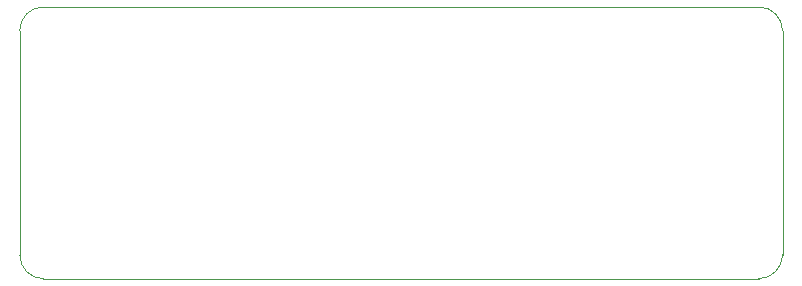
<source format=gbr>
%TF.GenerationSoftware,KiCad,Pcbnew,(6.0.0)*%
%TF.CreationDate,2022-12-29T02:02:28+02:00*%
%TF.ProjectId,greenhouse-doc,67726565-6e68-46f7-9573-652d646f632e,rev?*%
%TF.SameCoordinates,Original*%
%TF.FileFunction,Profile,NP*%
%FSLAX46Y46*%
G04 Gerber Fmt 4.6, Leading zero omitted, Abs format (unit mm)*
G04 Created by KiCad (PCBNEW (6.0.0)) date 2022-12-29 02:02:28*
%MOMM*%
%LPD*%
G01*
G04 APERTURE LIST*
%TA.AperFunction,Profile*%
%ADD10C,0.100000*%
%TD*%
G04 APERTURE END LIST*
D10*
X93000000Y-77000000D02*
X93000000Y-58000000D01*
X95000000Y-56000000D02*
X155585786Y-56000000D01*
X157585786Y-58000000D02*
G75*
G03*
X155585786Y-56000000I-1999999J1D01*
G01*
X95000000Y-56000000D02*
G75*
G03*
X93000000Y-58000000I-1J-1999999D01*
G01*
X157585786Y-58000000D02*
X157585786Y-77000000D01*
X93000000Y-77000000D02*
G75*
G03*
X95000000Y-79000000I1999999J-1D01*
G01*
X155585786Y-79000000D02*
G75*
G03*
X157585786Y-77000000I1J1999999D01*
G01*
X155585786Y-79000000D02*
X95000000Y-79000000D01*
M02*

</source>
